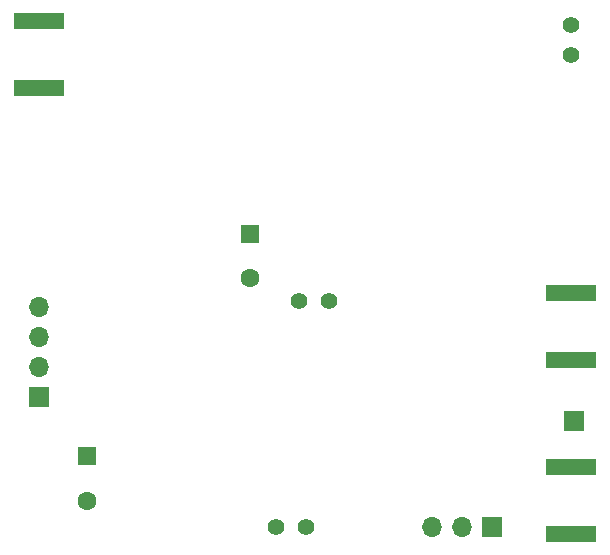
<source format=gbr>
%TF.GenerationSoftware,KiCad,Pcbnew,5.1.8*%
%TF.CreationDate,2020-12-03T12:40:02+01:00*%
%TF.ProjectId,GNI-plutoclocker,474e492d-706c-4757-946f-636c6f636b65,rev?*%
%TF.SameCoordinates,Original*%
%TF.FileFunction,Soldermask,Bot*%
%TF.FilePolarity,Negative*%
%FSLAX46Y46*%
G04 Gerber Fmt 4.6, Leading zero omitted, Abs format (unit mm)*
G04 Created by KiCad (PCBNEW 5.1.8) date 2020-12-03 12:40:02*
%MOMM*%
%LPD*%
G01*
G04 APERTURE LIST*
%ADD10R,1.700000X1.700000*%
%ADD11O,1.700000X1.700000*%
%ADD12C,1.400000*%
%ADD13R,4.200000X1.350000*%
%ADD14C,1.600000*%
%ADD15R,1.600000X1.600000*%
G04 APERTURE END LIST*
D10*
%TO.C,TP1*%
X128250000Y-86000000D03*
%TD*%
D11*
%TO.C,J7*%
X116250000Y-95000000D03*
X118790000Y-95000000D03*
D10*
X121330000Y-95000000D03*
%TD*%
D12*
%TO.C,J8*%
X105010000Y-75850000D03*
X107550000Y-75850000D03*
%TD*%
D13*
%TO.C,J6*%
X128000000Y-89925000D03*
X128000000Y-95575000D03*
%TD*%
D12*
%TO.C,J5*%
X128000000Y-52460000D03*
X128000000Y-55000000D03*
%TD*%
D13*
%TO.C,J4*%
X128000000Y-75175000D03*
X128000000Y-80825000D03*
%TD*%
D12*
%TO.C,J3*%
X105540000Y-95000000D03*
X103000000Y-95000000D03*
%TD*%
D11*
%TO.C,J2*%
X83000000Y-76380000D03*
X83000000Y-78920000D03*
X83000000Y-81460000D03*
D10*
X83000000Y-84000000D03*
%TD*%
D13*
%TO.C,J1*%
X83000000Y-57825000D03*
X83000000Y-52175000D03*
%TD*%
D14*
%TO.C,C22*%
X100850000Y-73950000D03*
D15*
X100850000Y-70150000D03*
%TD*%
D14*
%TO.C,C1*%
X87000000Y-92800000D03*
D15*
X87000000Y-89000000D03*
%TD*%
M02*

</source>
